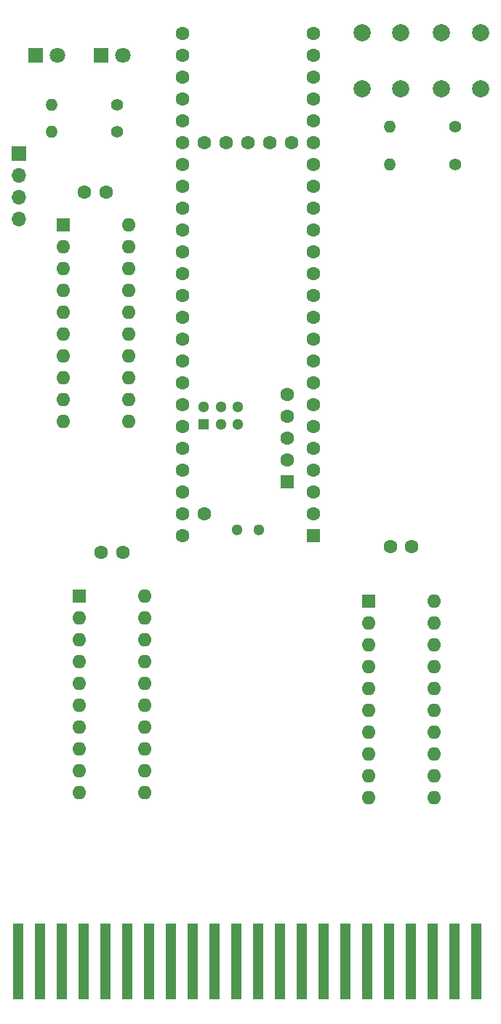
<source format=gbs>
G04 #@! TF.GenerationSoftware,KiCad,Pcbnew,(6.0.6)*
G04 #@! TF.CreationDate,2022-11-01T12:00:34+01:00*
G04 #@! TF.ProjectId,RTO_cart,52544f5f-6361-4727-942e-6b696361645f,rev?*
G04 #@! TF.SameCoordinates,Original*
G04 #@! TF.FileFunction,Soldermask,Bot*
G04 #@! TF.FilePolarity,Negative*
%FSLAX46Y46*%
G04 Gerber Fmt 4.6, Leading zero omitted, Abs format (unit mm)*
G04 Created by KiCad (PCBNEW (6.0.6)) date 2022-11-01 12:00:34*
%MOMM*%
%LPD*%
G01*
G04 APERTURE LIST*
%ADD10C,1.400000*%
%ADD11O,1.400000X1.400000*%
%ADD12R,1.600000X1.600000*%
%ADD13C,1.600000*%
%ADD14R,1.300000X1.300000*%
%ADD15C,1.300000*%
%ADD16R,1.800000X1.800000*%
%ADD17C,1.800000*%
%ADD18C,2.000000*%
%ADD19R,1.700000X1.700000*%
%ADD20O,1.700000X1.700000*%
%ADD21O,1.600000X1.600000*%
%ADD22R,1.270000X8.840000*%
G04 APERTURE END LIST*
D10*
X102870000Y-91440000D03*
D11*
X95250000Y-91440000D03*
D12*
X125730000Y-138430000D03*
D13*
X125730000Y-135890000D03*
X125730000Y-133350000D03*
X125730000Y-130810000D03*
X125730000Y-128270000D03*
X125730000Y-125730000D03*
X125730000Y-123190000D03*
X125730000Y-120650000D03*
X125730000Y-118110000D03*
X125730000Y-115570000D03*
X125730000Y-113030000D03*
X125730000Y-110490000D03*
X125730000Y-107950000D03*
X125730000Y-105410000D03*
X125730000Y-102870000D03*
X125730000Y-100330000D03*
X125730000Y-97790000D03*
X125730000Y-95250000D03*
X125730000Y-92710000D03*
X125730000Y-90170000D03*
X125730000Y-87630000D03*
X125730000Y-85090000D03*
X125730000Y-82550000D03*
X125730000Y-80010000D03*
X110490000Y-80010000D03*
X110490000Y-82550000D03*
X110490000Y-85090000D03*
X110490000Y-87630000D03*
X110490000Y-90170000D03*
X110490000Y-92710000D03*
X110490000Y-95250000D03*
X110490000Y-97790000D03*
X110490000Y-100330000D03*
X110490000Y-102870000D03*
X110490000Y-105410000D03*
X110490000Y-107950000D03*
X110490000Y-110490000D03*
X110490000Y-113030000D03*
X110490000Y-115570000D03*
X110490000Y-118110000D03*
X110490000Y-120650000D03*
X110490000Y-123190000D03*
X110490000Y-125730000D03*
X110490000Y-128270000D03*
X110490000Y-130810000D03*
X110490000Y-133350000D03*
X110490000Y-135890000D03*
X110490000Y-138430000D03*
X113030000Y-135890000D03*
X123190000Y-92710000D03*
X120650000Y-92710000D03*
X118110000Y-92710000D03*
X115570000Y-92710000D03*
X113030000Y-92710000D03*
D12*
X122679200Y-132130800D03*
D13*
X122679200Y-129590800D03*
X122679200Y-127050800D03*
X122679200Y-124510800D03*
X122679200Y-121970800D03*
D14*
X112928400Y-125460000D03*
D15*
X114928400Y-125460000D03*
X116928400Y-125460000D03*
X116928400Y-123460000D03*
X114928400Y-123460000D03*
X112928400Y-123460000D03*
X116840000Y-137700000D03*
X119380000Y-137700000D03*
D16*
X93340000Y-82550000D03*
D17*
X95880000Y-82550000D03*
D18*
X131360000Y-79935000D03*
X131360000Y-86435000D03*
X135860000Y-86435000D03*
X135860000Y-79935000D03*
D10*
X142240000Y-90805000D03*
D11*
X134620000Y-90805000D03*
D18*
X140625000Y-79935000D03*
X140625000Y-86435000D03*
X145125000Y-79935000D03*
X145125000Y-86435000D03*
D19*
X91440000Y-93990000D03*
D20*
X91440000Y-96530000D03*
X91440000Y-99070000D03*
X91440000Y-101610000D03*
D10*
X102870000Y-88265000D03*
D11*
X95250000Y-88265000D03*
D13*
X101560000Y-98425000D03*
X99060000Y-98425000D03*
X101005000Y-140335000D03*
X103505000Y-140335000D03*
D12*
X132090000Y-146055000D03*
D21*
X132090000Y-148595000D03*
X132090000Y-151135000D03*
X132090000Y-153675000D03*
X132090000Y-156215000D03*
X132090000Y-158755000D03*
X132090000Y-161295000D03*
X132090000Y-163835000D03*
X132090000Y-166375000D03*
X132090000Y-168915000D03*
X139710000Y-168915000D03*
X139710000Y-166375000D03*
X139710000Y-163835000D03*
X139710000Y-161295000D03*
X139710000Y-158755000D03*
X139710000Y-156215000D03*
X139710000Y-153675000D03*
X139710000Y-151135000D03*
X139710000Y-148595000D03*
X139710000Y-146055000D03*
D12*
X98435000Y-145420000D03*
D21*
X98435000Y-147960000D03*
X98435000Y-150500000D03*
X98435000Y-153040000D03*
X98435000Y-155580000D03*
X98435000Y-158120000D03*
X98435000Y-160660000D03*
X98435000Y-163200000D03*
X98435000Y-165740000D03*
X98435000Y-168280000D03*
X106055000Y-168280000D03*
X106055000Y-165740000D03*
X106055000Y-163200000D03*
X106055000Y-160660000D03*
X106055000Y-158120000D03*
X106055000Y-155580000D03*
X106055000Y-153040000D03*
X106055000Y-150500000D03*
X106055000Y-147960000D03*
X106055000Y-145420000D03*
D12*
X96530000Y-102240000D03*
D21*
X96530000Y-104780000D03*
X96530000Y-107320000D03*
X96530000Y-109860000D03*
X96530000Y-112400000D03*
X96530000Y-114940000D03*
X96530000Y-117480000D03*
X96530000Y-120020000D03*
X96530000Y-122560000D03*
X96530000Y-125100000D03*
X104150000Y-125100000D03*
X104150000Y-122560000D03*
X104150000Y-120020000D03*
X104150000Y-117480000D03*
X104150000Y-114940000D03*
X104150000Y-112400000D03*
X104150000Y-109860000D03*
X104150000Y-107320000D03*
X104150000Y-104780000D03*
X104150000Y-102240000D03*
D10*
X142240000Y-95250000D03*
D11*
X134620000Y-95250000D03*
D13*
X134640000Y-139700000D03*
X137140000Y-139700000D03*
D22*
X144665700Y-187960000D03*
X142125700Y-187960000D03*
X139585700Y-187960000D03*
X137045700Y-187960000D03*
X134505700Y-187960000D03*
X131965700Y-187960000D03*
X129425700Y-187960000D03*
X126885700Y-187960000D03*
X124345700Y-187960000D03*
X121805700Y-187960000D03*
X119265700Y-187960000D03*
X116725700Y-187960000D03*
X114185700Y-187960000D03*
X111645700Y-187960000D03*
X109105700Y-187960000D03*
X106565700Y-187960000D03*
X104025700Y-187960000D03*
X101485700Y-187960000D03*
X98945700Y-187960000D03*
X96405700Y-187960000D03*
X93865700Y-187960000D03*
X91325700Y-187960000D03*
D16*
X100960000Y-82550000D03*
D17*
X103500000Y-82550000D03*
M02*

</source>
